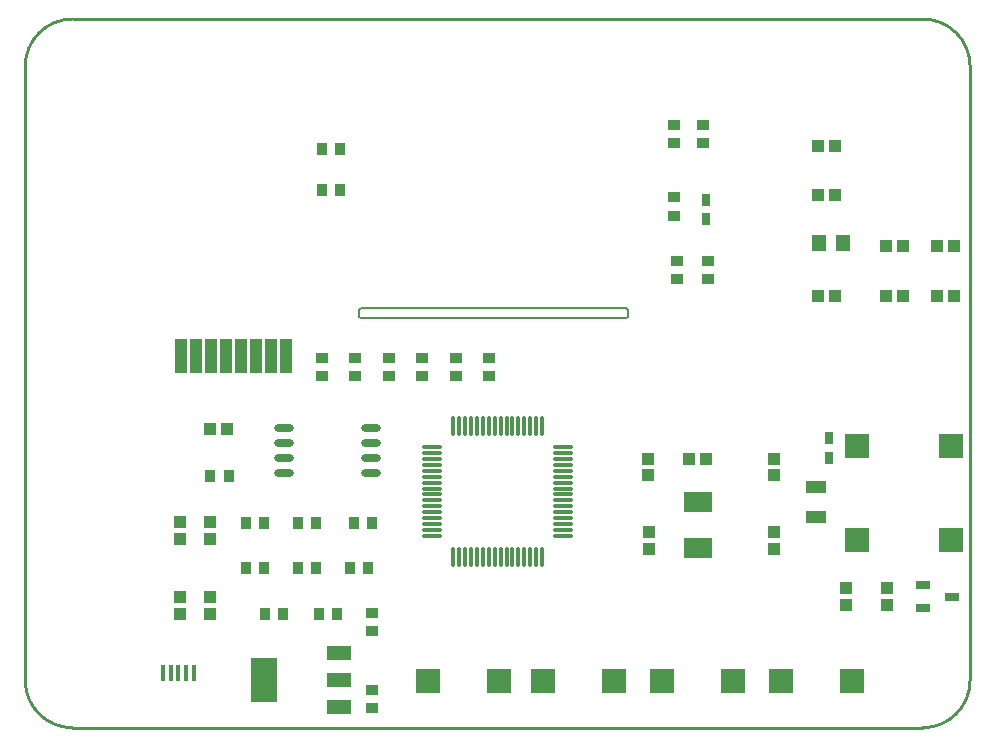
<source format=gtp>
G04*
G04 #@! TF.GenerationSoftware,Altium Limited,Altium Designer,18.1.9 (240)*
G04*
G04 Layer_Color=8421504*
%FSLAX25Y25*%
%MOIN*%
G70*
G01*
G75*
%ADD10C,0.01000*%
%ADD18C,0.00600*%
%ADD19R,0.03661X0.03858*%
%ADD20O,0.06686X0.02559*%
%ADD21R,0.04921X0.02756*%
%ADD22R,0.04331X0.03937*%
%ADD23R,0.03937X0.04331*%
%ADD24O,0.01102X0.07070*%
%ADD25O,0.07070X0.01102*%
%ADD26O,0.07070X0.01102*%
%ADD27R,0.03937X0.11811*%
%ADD28R,0.03937X0.11811*%
%ADD29R,0.03858X0.03661*%
%ADD30R,0.03858X0.03661*%
%ADD31R,0.02500X0.04000*%
%ADD32R,0.07874X0.07874*%
%ADD33R,0.01575X0.05512*%
%ADD34R,0.01575X0.05512*%
%ADD35R,0.09448X0.06692*%
%ADD36R,0.07087X0.03937*%
%ADD37R,0.03661X0.03858*%
%ADD38R,0.09055X0.14961*%
%ADD39R,0.07874X0.04724*%
%ADD40R,0.07874X0.04724*%
%ADD41R,0.04567X0.05709*%
D10*
X299720Y1236D02*
G03*
X315480Y16978I9J15751D01*
G01*
X315480Y221709D02*
G03*
X299720Y237457I-15754J-6D01*
G01*
X16319D02*
G03*
X520Y221709I-26J-15774D01*
G01*
X520Y16937D02*
G03*
X16268Y1236I15725J23D01*
G01*
X520Y16937D02*
Y221709D01*
X16319Y237457D02*
X299720D01*
X315480Y16978D02*
Y222236D01*
X16268Y1236D02*
X299720D01*
D18*
X201307Y138244D02*
Y140618D01*
X111937Y138244D02*
Y140606D01*
Y138244D02*
X112331Y137850D01*
X200913D01*
X201307Y138244D01*
X200925Y141000D02*
X201307Y140618D01*
X112331Y141000D02*
X200925D01*
X111937Y140606D02*
X112331Y141000D01*
D19*
X99386Y194139D02*
D03*
X105455D02*
D03*
X68347Y85237D02*
D03*
X62278D02*
D03*
X105455Y180370D02*
D03*
X99386D02*
D03*
X80088Y69539D02*
D03*
X74019D02*
D03*
X91367Y69538D02*
D03*
X97436D02*
D03*
X116022Y69539D02*
D03*
X109953D02*
D03*
X86558Y39291D02*
D03*
X80489D02*
D03*
X98520Y39290D02*
D03*
X104589D02*
D03*
D20*
X86787Y101092D02*
D03*
Y96092D02*
D03*
Y91092D02*
D03*
X86787Y86092D02*
D03*
X115921Y101092D02*
D03*
X115921Y96092D02*
D03*
Y91092D02*
D03*
Y86092D02*
D03*
D21*
X309575Y44914D02*
D03*
X299735Y41174D02*
D03*
Y48654D02*
D03*
D22*
X287921Y47721D02*
D03*
Y42209D02*
D03*
X207992Y90862D02*
D03*
Y85350D02*
D03*
X250120Y90862D02*
D03*
Y85350D02*
D03*
X250119Y60854D02*
D03*
Y66365D02*
D03*
X274142Y42209D02*
D03*
Y47721D02*
D03*
X52210Y44703D02*
D03*
Y39191D02*
D03*
X52210Y69637D02*
D03*
Y64125D02*
D03*
X208300Y60844D02*
D03*
Y66356D02*
D03*
X62258Y44703D02*
D03*
Y39191D02*
D03*
X62210Y69637D02*
D03*
Y64125D02*
D03*
D23*
X227304Y90861D02*
D03*
X221792D02*
D03*
X67721Y100903D02*
D03*
X62209D02*
D03*
X304519Y145236D02*
D03*
X310031D02*
D03*
X287534Y161806D02*
D03*
X293045D02*
D03*
X264903Y145236D02*
D03*
X270414D02*
D03*
X264903Y195193D02*
D03*
X270414D02*
D03*
X264903Y178655D02*
D03*
X270414D02*
D03*
X304519Y161806D02*
D03*
X310031D02*
D03*
X287534Y145236D02*
D03*
X293045D02*
D03*
D24*
X172764Y58126D02*
D03*
X170795D02*
D03*
X168827D02*
D03*
X166858D02*
D03*
X164890D02*
D03*
X162921D02*
D03*
X160953D02*
D03*
X158984D02*
D03*
X157016D02*
D03*
X155047D02*
D03*
X153079D02*
D03*
X151110D02*
D03*
X149142D02*
D03*
X147173D02*
D03*
X145205D02*
D03*
X143236D02*
D03*
Y101826D02*
D03*
X145205D02*
D03*
X147173D02*
D03*
X149142D02*
D03*
X151110D02*
D03*
X153079D02*
D03*
X155047D02*
D03*
X157016D02*
D03*
X158984D02*
D03*
X160953D02*
D03*
X162921D02*
D03*
X164890D02*
D03*
X166858D02*
D03*
X168827D02*
D03*
X170795D02*
D03*
X172764D02*
D03*
D25*
X136150Y65212D02*
D03*
Y67181D02*
D03*
Y69149D02*
D03*
Y71118D02*
D03*
Y73086D02*
D03*
Y75055D02*
D03*
Y77023D02*
D03*
Y78992D02*
D03*
Y80960D02*
D03*
Y82929D02*
D03*
Y84897D02*
D03*
Y86866D02*
D03*
Y88834D02*
D03*
Y90803D02*
D03*
Y92771D02*
D03*
Y94740D02*
D03*
D26*
X179850D02*
D03*
Y92771D02*
D03*
Y90803D02*
D03*
Y88834D02*
D03*
Y86866D02*
D03*
Y84897D02*
D03*
Y82929D02*
D03*
Y80960D02*
D03*
Y78992D02*
D03*
Y77023D02*
D03*
Y75055D02*
D03*
Y73086D02*
D03*
Y71118D02*
D03*
Y69149D02*
D03*
Y67181D02*
D03*
Y65212D02*
D03*
D27*
X52339Y125236D02*
D03*
X62339D02*
D03*
X67339D02*
D03*
X72339D02*
D03*
X77339D02*
D03*
X82339D02*
D03*
X87339D02*
D03*
D28*
X57339D02*
D03*
D29*
X155244Y124565D02*
D03*
Y118496D02*
D03*
X121718Y124565D02*
D03*
Y118496D02*
D03*
X144068Y124565D02*
D03*
Y118496D02*
D03*
X132893Y124565D02*
D03*
Y118496D02*
D03*
X116021Y13712D02*
D03*
Y7643D02*
D03*
D30*
X216782Y202175D02*
D03*
X216802Y196106D02*
D03*
X226571Y202175D02*
D03*
X226591Y196106D02*
D03*
X216782Y177992D02*
D03*
X216802Y171923D02*
D03*
X99318Y124514D02*
D03*
X99338Y118445D02*
D03*
X110492Y118439D02*
D03*
X110472Y124508D02*
D03*
X217705Y156911D02*
D03*
X217725Y150842D02*
D03*
X228050Y156911D02*
D03*
X228070Y150842D02*
D03*
X116071Y33303D02*
D03*
X116051Y39372D02*
D03*
D31*
X227570Y170763D02*
D03*
Y177263D02*
D03*
X268520Y91230D02*
D03*
Y97730D02*
D03*
D32*
X158331Y16792D02*
D03*
X134709D02*
D03*
X196714D02*
D03*
X173092D02*
D03*
X236412D02*
D03*
X212790D02*
D03*
X276110D02*
D03*
X252488D02*
D03*
X309237Y63734D02*
D03*
X277741D02*
D03*
Y95230D02*
D03*
X309237D02*
D03*
D33*
X56638Y19422D02*
D03*
X48961D02*
D03*
D34*
X54079D02*
D03*
X51520D02*
D03*
X46402D02*
D03*
D35*
X224683Y61056D02*
D03*
X224687Y76492D02*
D03*
D36*
X264120Y71571D02*
D03*
Y81414D02*
D03*
D37*
X74000Y54451D02*
D03*
X80069Y54471D02*
D03*
X91317Y54451D02*
D03*
X97386Y54471D02*
D03*
X108634Y54451D02*
D03*
X114703Y54471D02*
D03*
D38*
X80020Y17130D02*
D03*
D39*
X105020D02*
D03*
Y26185D02*
D03*
D40*
Y8075D02*
D03*
D41*
X265223Y162730D02*
D03*
X273223D02*
D03*
M02*

</source>
